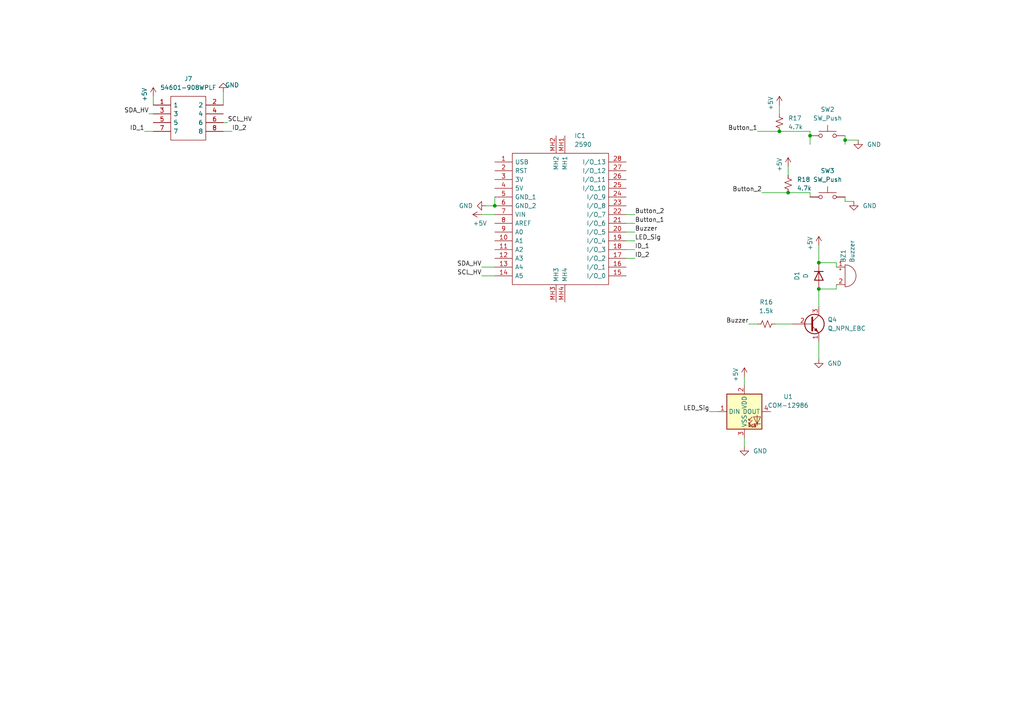
<source format=kicad_sch>
(kicad_sch (version 20211123) (generator eeschema)
  (paper "A4")
  (lib_symbols
    (symbol "54601-908WPLF:54601-908WPLF" (pin_names (offset 0.762))
      (property "Reference" "J" (at 16.51 7.62 0))
      (property "Value" "54601-908WPLF" (at 16.51 5.08 0))
      (symbol "54601-908WPLF_0_0"
        (pin passive line (at 0 0 0) (length 5.08) (name "1") (number "1"))
        (pin passive line (at 20.32 0 180) (length 5.08) (name "2") (number "2"))
        (pin passive line (at 0 -2.54 0) (length 5.08) (name "3") (number "3"))
        (pin passive line (at 20.32 -2.54 180) (length 5.08) (name "4") (number "4"))
        (pin passive line (at 0 -5.08 0) (length 5.08) (name "5") (number "5"))
        (pin passive line (at 20.32 -5.08 180) (length 5.08) (name "6") (number "6"))
        (pin passive line (at 0 -7.62 0) (length 5.08) (name "7") (number "7"))
        (pin passive line (at 20.32 -7.62 180) (length 5.08) (name "8") (number "8"))
      )
      (symbol "54601-908WPLF_0_1"
        (polyline (pts (xy 5.08 2.54) (xy 15.24 2.54) (xy 15.24 -10.16) (xy 5.08 -10.16) (xy 5.08 2.54)) (stroke (width 0.1524)))
      )
    )
    (symbol "COM12986:COM-12986"
      (property "Reference" "U" (at -3.81 7.62 0))
      (property "Value" "COM-12986" (at 6.35 -7.62 0))
      (symbol "COM-12986_0_0"
        (text "RGB" (at 2.286 -4.191 0) (effects (font (size 0.762 0.762))))
      )
      (symbol "COM-12986_0_1"
        (polyline (pts (xy 1.27 -3.556) (xy 1.778 -3.556)))
        (polyline (pts (xy 1.27 -2.54) (xy 1.778 -2.54)))
        (polyline (pts (xy 4.699 -3.556) (xy 2.667 -3.556)))
        (polyline (pts (xy 2.286 -2.54) (xy 1.27 -3.556) (xy 1.27 -3.048)))
        (polyline (pts (xy 2.286 -1.524) (xy 1.27 -2.54) (xy 1.27 -2.032)))
        (polyline (pts (xy 3.683 -1.016) (xy 3.683 -3.556) (xy 3.683 -4.064)))
        (polyline (pts (xy 4.699 -1.524) (xy 2.667 -1.524) (xy 3.683 -3.556) (xy 4.699 -1.524)))
        (rectangle (start 5.08 5.08) (end -5.08 -5.08) (stroke (width 0.254)) (fill (type background)))
      )
      (symbol "COM-12986_1_1"
        (pin input line (at -7.62 0 0) (length 2.54) (name "DIN") (number "1"))
        (pin power_in line (at 0 7.62 270) (length 2.54) (name "VDD") (number "2"))
        (pin power_in line (at 0 -7.62 90) (length 2.54) (name "VSS") (number "3"))
        (pin output line (at 7.62 0 180) (length 2.54) (name "DOUT") (number "4"))
      )
    )
    (symbol "Device:Buzzer" (pin_names (offset 0.0254) hide)
      (property "Reference" "BZ" (at 3.81 1.27 0))
      (property "Value" "Buzzer" (at 3.81 -1.27 0))
      (symbol "Buzzer_0_1"
        (arc (start 0 -3.175) (mid 3.175 0) (end 0 3.175))
        (polyline (pts (xy -1.651 1.905) (xy -1.143 1.905)))
        (polyline (pts (xy -1.397 2.159) (xy -1.397 1.651)))
        (polyline (pts (xy 0 3.175) (xy 0 -3.175)))
      )
      (symbol "Buzzer_1_1"
        (pin passive line (at -2.54 2.54 0) (length 2.54) (name "-") (number "1"))
        (pin passive line (at -2.54 -2.54 0) (length 2.54) (name "+") (number "2"))
      )
    )
    (symbol "Device:D" (pin_numbers hide) (pin_names (offset 1.016) hide)
      (property "Reference" "D" (at 0 2.54 0))
      (property "Value" "D" (at 0 -2.54 0))
      (symbol "D_0_1"
        (polyline (pts (xy -1.27 1.27) (xy -1.27 -1.27)) (stroke (width 0.254)))
        (polyline (pts (xy 1.27 0) (xy -1.27 0)))
        (polyline (pts (xy 1.27 1.27) (xy 1.27 -1.27) (xy -1.27 0) (xy 1.27 1.27)) (stroke (width 0.254)))
      )
      (symbol "D_1_1"
        (pin passive line (at -3.81 0 0) (length 2.54) (name "K") (number "1"))
        (pin passive line (at 3.81 0 180) (length 2.54) (name "A") (number "2"))
      )
    )
    (symbol "Device:Q_NPN_EBC" (pin_names (offset 0) hide)
      (property "Reference" "Q" (at 5.08 1.27 0))
      (property "Value" "Q_NPN_EBC" (at 5.08 -1.27 0))
      (symbol "Q_NPN_EBC_0_1"
        (polyline (pts (xy 0.635 0.635) (xy 2.54 2.54)))
        (polyline (pts (xy 0.635 -0.635) (xy 2.54 -2.54) (xy 2.54 -2.54)))
        (polyline (pts (xy 0.635 1.905) (xy 0.635 -1.905) (xy 0.635 -1.905)) (stroke (width 0.508)))
        (polyline (pts (xy 1.27 -1.778) (xy 1.778 -1.27) (xy 2.286 -2.286) (xy 1.27 -1.778) (xy 1.27 -1.778)) (fill (type outline)))
        (circle (center 1.27 0) (radius 2.8194) (stroke (width 0.254)))
      )
      (symbol "Q_NPN_EBC_1_1"
        (pin passive line (at 2.54 -5.08 90) (length 2.54) (name "E") (number "1"))
        (pin passive line (at -5.08 0 0) (length 5.715) (name "B") (number "2"))
        (pin passive line (at 2.54 5.08 270) (length 2.54) (name "C") (number "3"))
      )
    )
    (symbol "Device:R_Small_US" (pin_numbers hide) (pin_names (offset 0.254) hide)
      (property "Reference" "R" (at 0.762 0.508 0))
      (property "Value" "R_Small_US" (at 0.762 -1.016 0))
      (symbol "R_Small_US_1_1"
        (polyline (pts (xy 0 0) (xy 1.016 -0.381) (xy 0 -0.762) (xy -1.016 -1.143) (xy 0 -1.524)))
        (polyline (pts (xy 0 1.524) (xy 1.016 1.143) (xy 0 0.762) (xy -1.016 0.381) (xy 0 0)))
        (pin passive line (at 0 2.54 270) (length 1.016) (name "~") (number "1"))
        (pin passive line (at 0 -2.54 90) (length 1.016) (name "~") (number "2"))
      )
    )
    (symbol "Metro:2590" (pin_names (offset 0.762))
      (property "Reference" "IC" (at 44.45 17.78 0))
      (property "Value" "2590" (at 44.45 15.24 0))
      (symbol "2590_0_0"
        (pin passive line (at 7.62 -20.32 90) (length 5.08) (name "USB") (number "1"))
        (pin passive line (at 30.48 -20.32 90) (length 5.08) (name "A1") (number "10"))
        (pin passive line (at 33.02 -20.32 90) (length 5.08) (name "A2") (number "11"))
        (pin passive line (at 35.56 -20.32 90) (length 5.08) (name "A3") (number "12"))
        (pin passive line (at 38.1 -20.32 90) (length 5.08) (name "A4") (number "13"))
        (pin passive line (at 40.64 -20.32 90) (length 5.08) (name "A5") (number "14"))
        (pin passive line (at 40.64 17.78 270) (length 5.08) (name "I/O_0") (number "15"))
        (pin passive line (at 38.1 17.78 270) (length 5.08) (name "I/O_1") (number "16"))
        (pin passive line (at 35.56 17.78 270) (length 5.08) (name "I/O_2") (number "17"))
        (pin passive line (at 33.02 17.78 270) (length 5.08) (name "I/O_3") (number "18"))
        (pin passive line (at 30.48 17.78 270) (length 5.08) (name "I/O_4") (number "19"))
        (pin passive line (at 10.16 -20.32 90) (length 5.08) (name "RST") (number "2"))
        (pin passive line (at 27.94 17.78 270) (length 5.08) (name "I/O_5") (number "20"))
        (pin passive line (at 25.4 17.78 270) (length 5.08) (name "I/O_6") (number "21"))
        (pin passive line (at 22.86 17.78 270) (length 5.08) (name "I/O_7") (number "22"))
        (pin passive line (at 20.32 17.78 270) (length 5.08) (name "I/O_8") (number "23"))
        (pin passive line (at 17.78 17.78 270) (length 5.08) (name "I/O_9") (number "24"))
        (pin passive line (at 15.24 17.78 270) (length 5.08) (name "I/O_10") (number "25"))
        (pin passive line (at 12.7 17.78 270) (length 5.08) (name "I/O_11") (number "26"))
        (pin passive line (at 10.16 17.78 270) (length 5.08) (name "I/O_12") (number "27"))
        (pin passive line (at 7.62 17.78 270) (length 5.08) (name "I/O_13") (number "28"))
        (pin passive line (at 12.7 -20.32 90) (length 5.08) (name "3V") (number "3"))
        (pin passive line (at 15.24 -20.32 90) (length 5.08) (name "5V") (number "4"))
        (pin passive line (at 17.78 -20.32 90) (length 5.08) (name "GND_1") (number "5"))
        (pin passive line (at 20.32 -20.32 90) (length 5.08) (name "GND_2") (number "6"))
        (pin passive line (at 22.86 -20.32 90) (length 5.08) (name "VIN") (number "7"))
        (pin passive line (at 25.4 -20.32 90) (length 5.08) (name "AREF") (number "8"))
        (pin passive line (at 27.94 -20.32 90) (length 5.08) (name "A0") (number "9"))
        (pin passive line (at 0 0 0) (length 5.08) (name "MH1") (number "MH1"))
        (pin passive line (at 0 -2.54 0) (length 5.08) (name "MH2") (number "MH2"))
        (pin passive line (at 48.26 -2.54 180) (length 5.08) (name "MH3") (number "MH3"))
        (pin passive line (at 48.26 0 180) (length 5.08) (name "MH4") (number "MH4"))
      )
      (symbol "2590_0_1"
        (polyline (pts (xy 5.08 12.7) (xy 43.18 12.7) (xy 43.18 -15.24) (xy 5.08 -15.24) (xy 5.08 12.7)) (stroke (width 0.1524)))
      )
    )
    (symbol "Switch:SW_Push" (pin_numbers hide) (pin_names (offset 1.016) hide)
      (property "Reference" "SW" (at 1.27 2.54 0))
      (property "Value" "SW_Push" (at 0 -1.524 0))
      (symbol "SW_Push_0_1"
        (circle (center -2.032 0) (radius 0.508))
        (polyline (pts (xy 0 1.27) (xy 0 3.048)))
        (polyline (pts (xy 2.54 1.27) (xy -2.54 1.27)))
        (circle (center 2.032 0) (radius 0.508))
        (pin passive line (at -5.08 0 0) (length 2.54) (name "1") (number "1"))
        (pin passive line (at 5.08 0 180) (length 2.54) (name "2") (number "2"))
      )
    )
    (symbol "power:+5V" (power) (pin_names (offset 0))
      (property "Value" "+5V" (at 0 3.556 0))
      (symbol "+5V_0_1"
        (polyline (pts (xy -0.762 1.27) (xy 0 2.54)))
        (polyline (pts (xy 0 0) (xy 0 2.54)))
        (polyline (pts (xy 0 2.54) (xy 0.762 1.27)))
      )
      (symbol "+5V_1_1"
        (pin power_in line (at 0 0 90) (length 0) hide (name "+5V") (number "1"))
      )
    )
    (symbol "power:GND" (power) (pin_names (offset 0))
      (property "Value" "GND" (at 0 -3.81 0))
      (symbol "GND_0_1"
        (polyline (pts (xy 0 0) (xy 0 -1.27) (xy 1.27 -1.27) (xy 0 -2.54) (xy -1.27 -1.27) (xy 0 -1.27)))
      )
      (symbol "GND_1_1"
        (pin power_in line (at 0 0 270) (length 0) hide (name "GND") (number "1"))
      )
    )
  )
  (junction (at 237.49 76.2))
  (junction (at 237.49 83.82))
  (junction (at 226.06 38.1))
  (junction (at 228.6 55.88))
  (junction (at 245.11 40.64))
  (junction (at 143.51 59.69))
  (junction (at 234.95 39.37))
  (wire (pts (xy 181.61 67.31) (xy 184.15 67.31)))
  (wire (pts (xy 205.74 119.38) (xy 208.28 119.38)))
  (wire (pts (xy 237.49 83.82) (xy 242.57 83.82)))
  (wire (pts (xy 215.9 127) (xy 215.9 129.54)))
  (wire (pts (xy 181.61 62.23) (xy 184.15 62.23)))
  (wire (pts (xy 181.61 74.93) (xy 184.15 74.93)))
  (wire (pts (xy 139.7 62.23) (xy 143.51 62.23)))
  (wire (pts (xy 242.57 83.82) (xy 242.57 82.55)))
  (wire (pts (xy 139.7 80.01) (xy 143.51 80.01)))
  (wire (pts (xy 234.95 39.37) (xy 234.95 41.91)))
  (wire (pts (xy 219.71 38.1) (xy 226.06 38.1)))
  (wire (pts (xy 217.17 93.98) (xy 219.71 93.98)))
  (wire (pts (xy 245.11 40.64) (xy 248.92 40.64)))
  (wire (pts (xy 237.49 71.12) (xy 237.49 76.2)))
  (wire (pts (xy 237.49 99.06) (xy 237.49 104.14)))
  (wire (pts (xy 43.18 33.02) (xy 44.45 33.02)))
  (wire (pts (xy 226.06 30.48) (xy 226.06 33.02)))
  (wire (pts (xy 181.61 69.85) (xy 184.15 69.85)))
  (wire (pts (xy 245.11 40.64) (xy 245.11 41.91)))
  (wire (pts (xy 41.91 38.1) (xy 44.45 38.1)))
  (wire (pts (xy 64.77 38.1) (xy 67.31 38.1)))
  (wire (pts (xy 237.49 83.82) (xy 237.49 88.9)))
  (wire (pts (xy 234.95 55.88) (xy 234.95 57.15)))
  (wire (pts (xy 181.61 72.39) (xy 184.15 72.39)))
  (wire (pts (xy 143.51 57.15) (xy 143.51 59.69)))
  (wire (pts (xy 220.98 55.88) (xy 228.6 55.88)))
  (wire (pts (xy 245.11 57.15) (xy 245.11 58.42)))
  (wire (pts (xy 242.57 76.2) (xy 242.57 77.47)))
  (wire (pts (xy 64.77 26.67) (xy 64.77 30.48)))
  (wire (pts (xy 139.7 77.47) (xy 143.51 77.47)))
  (wire (pts (xy 237.49 76.2) (xy 242.57 76.2)))
  (wire (pts (xy 140.97 59.69) (xy 143.51 59.69)))
  (wire (pts (xy 64.77 35.56) (xy 66.04 35.56)))
  (wire (pts (xy 224.79 93.98) (xy 229.87 93.98)))
  (wire (pts (xy 181.61 64.77) (xy 184.15 64.77)))
  (wire (pts (xy 228.6 55.88) (xy 234.95 55.88)))
  (wire (pts (xy 245.11 58.42) (xy 247.65 58.42)))
  (wire (pts (xy 215.9 109.22) (xy 215.9 111.76)))
  (wire (pts (xy 245.11 39.37) (xy 245.11 40.64)))
  (wire (pts (xy 234.95 38.1) (xy 234.95 39.37)))
  (wire (pts (xy 226.06 38.1) (xy 234.95 38.1)))
  (wire (pts (xy 44.45 27.94) (xy 44.45 30.48)))
  (wire (pts (xy 228.6 48.26) (xy 228.6 50.8)))
  (label "Button_2" (at 184.15 62.23 0))
  (label "ID_2" (at 184.15 74.93 0))
  (label "Buzzer" (at 217.17 93.98 180))
  (label "ID_1" (at 184.15 72.39 0))
  (label "SDA_HV" (at 43.18 33.02 180))
  (label "ID_1" (at 41.91 38.1 180))
  (label "Button_1" (at 219.71 38.1 180))
  (label "Buzzer" (at 184.15 67.31 0))
  (label "SCL_HV" (at 139.7 80.01 180))
  (label "LED_Sig" (at 184.15 69.85 0))
  (label "SCL_HV" (at 66.04 35.56 0))
  (label "LED_Sig" (at 205.74 119.38 180))
  (label "SDA_HV" (at 139.7 77.47 180))
  (label "Button_1" (at 184.15 64.77 0))
  (label "Button_2" (at 220.98 55.88 180))
  (label "ID_2" (at 67.31 38.1 0))
  (symbol (lib_id "Device:R_Small_US") (at 228.6 53.34 180) (unit 1)
    (property "Reference" "R18" (at 231.14 52.0699 0) (effects (justify right)))
    (property "Value" "4.7k" (at 231.14 54.6099 0) (effects (justify right)))
    (property "Footprint" "Resistor_THT:R_Axial_DIN0204_L3.6mm_D1.6mm_P7.62mm_Horizontal" (effects hide))
  )
  (symbol (lib_id "power:GND") (at 215.9 129.54 0) (unit 1)
    (property "Reference" "#PWR034" (effects hide))
    (property "Value" "GND" (at 218.44 130.8099 0) (effects (justify left)))
  )
  (symbol (lib_id "power:+5V") (at 237.49 71.12 0) (unit 1)
    (property "Reference" "#PWR037" (effects hide))
    (property "Value" "+5V" (at 234.95 68.58 90) (effects (justify right)))
  )
  (symbol (lib_id "Device:D") (at 237.49 80.01 270) (unit 1)
    (property "Reference" "D1" (at 231.14 80.01 0))
    (property "Value" "D" (at 233.68 80.01 0))
    (property "Footprint" "Diode_THT:D_DO-41_SOD81_P10.16mm_Horizontal" (effects hide))
  )
  (symbol (lib_id "power:GND") (at 64.77 26.67 180) (unit 1)
    (property "Reference" "#PWR030" (effects hide))
    (property "Value" "GND" (at 67.31 25.3999 0) (effects (justify top)))
  )
  (symbol (lib_id "power:+5V") (at 44.45 27.94 0) (unit 1)
    (property "Reference" "#PWR029" (effects hide))
    (property "Value" "+5V" (at 41.91 25.4 90) (effects (justify right)))
  )
  (symbol (lib_id "power:+5V") (at 226.06 30.48 0) (unit 1)
    (property "Reference" "#PWR035" (effects hide))
    (property "Value" "+5V" (at 223.52 27.94 90) (effects (justify right)))
  )
  (symbol (lib_id "COM12986:COM-12986") (at 215.9 119.38 0) (unit 1)
    (property "Reference" "U1" (at 228.6 115.0493 0))
    (property "Value" "COM-12986" (at 228.6 117.5893 0))
    (property "Footprint" "LED_Racer_parts:COM12986" (effects hide))
  )
  (symbol (lib_id "Metro:2590") (at 163.83 39.37 270) (unit 1)
    (property "Reference" "IC1" (at 166.5987 39.37 90) (effects (justify left)))
    (property "Value" "2590" (at 166.5987 41.91 90) (effects (justify left)))
    (property "Footprint" "Metro:2590" (effects hide))
    (property "Datasheet" "https://www.adafruit.com/product/2590" (effects hide))
    (property "Description" "Development Boards & Kits - AVR Adafruit Metro Mini 328 - 5V 16MHz" (effects hide))
    (property "Height" "4" (effects hide))
    (property "Manufacturer_Name" "Adafruit" (effects hide))
    (property "Manufacturer_Part_Number" "2590" (effects hide))
    (property "Mouser Part Number" "485-2590" (effects hide))
    (property "Mouser Price/Stock" "https://www.mouser.co.uk/ProductDetail/Adafruit/2590?qs=SElPoaY2y5ItxXNUVAmsXw%3D%3D" (effects hide))
    (property "Arrow Part Number" "2590" (effects hide))
    (property "Arrow Price/Stock" "https://www.arrow.com/en/products/2590/adafruit-industries?region=nac" (effects hide))
  )
  (symbol (lib_id "power:+5V") (at 228.6 48.26 0) (unit 1)
    (property "Reference" "#PWR036" (effects hide))
    (property "Value" "+5V" (at 226.06 45.72 90) (effects (justify right)))
  )
  (symbol (lib_id "power:GND") (at 237.49 104.14 0) (unit 1)
    (property "Reference" "#PWR038" (effects hide))
    (property "Value" "GND" (at 240.03 105.4099 0) (effects (justify left)))
  )
  (symbol (lib_id "Device:Buzzer") (at 245.11 80.01 0) (unit 1)
    (property "Reference" "BZ1" (at 244.6019 76.2 90) (effects (justify left)))
    (property "Value" "Buzzer" (at 247.1419 76.2 90) (effects (justify left)))
    (property "Footprint" "LED_Racer_parts:WT1209" (effects hide))
  )
  (symbol (lib_id "power:+5V") (at 139.7 62.23 90) (unit 1)
    (property "Reference" "#PWR031" (effects hide))
    (property "Value" "+5V" (at 137.16 64.77 90) (effects (justify right)))
  )
  (symbol (lib_id "Switch:SW_Push") (at 240.03 57.15 0) (unit 1)
    (property "Reference" "SW3" (at 240.03 49.53 0))
    (property "Value" "SW_Push" (at 240.03 52.07 0))
    (property "Footprint" "Button_Switch_THT:SW_PUSH_6mm" (effects hide))
  )
  (symbol (lib_id "power:+5V") (at 215.9 109.22 0) (unit 1)
    (property "Reference" "#PWR033" (effects hide))
    (property "Value" "+5V" (at 213.36 106.68 90) (effects (justify right)))
  )
  (symbol (lib_id "54601-908WPLF:54601-908WPLF") (at 44.45 30.48 0) (unit 1)
    (property "Reference" "J7" (at 54.61 22.86 0))
    (property "Value" "54601-908WPLF" (at 54.61 25.4 0))
    (property "Footprint" "KiCad:54601908WPLF" (effects hide))
    (property "Datasheet" "https://www.amphenol-icc.com/media/wysiwyg/files/drawing/c-bmj-0051.pdf" (effects hide))
    (property "Description" "Modular Connectors / Ethernet Connectors 8P8C CAT 3 MOD JACK HORIZ. 1 PORT" (effects hide))
    (property "Height" "11.6" (effects hide))
    (property "Manufacturer_Name" "Amphenol" (effects hide))
    (property "Manufacturer_Part_Number" "54601-908WPLF" (effects hide))
    (property "Mouser Part Number" "649-54601-908WPLF" (effects hide))
    (property "Mouser Price/Stock" "https://www.mouser.co.uk/ProductDetail/Amphenol-FCI/54601-908WPLF?qs=qTvDKjXWcTdyclvY7Dw5%2FA%3D%3D" (effects hide))
    (property "Arrow Part Number" "54601-908WPLF" (effects hide))
    (property "Arrow Price/Stock" "https://www.arrow.com/en/products/54601-908wplf/amphenol-fci?region=nac" (effects hide))
  )
  (symbol (lib_id "power:GND") (at 248.92 40.64 0) (unit 1)
    (property "Reference" "#PWR040" (effects hide))
    (property "Value" "GND" (at 251.46 41.9099 0) (effects (justify left)))
  )
  (symbol (lib_id "power:GND") (at 140.97 59.69 270) (unit 1)
    (property "Reference" "#PWR032" (effects hide))
    (property "Value" "GND" (at 137.16 59.6899 90) (effects (justify right)))
  )
  (symbol (lib_id "Device:Q_NPN_EBC") (at 234.95 93.98 0) (unit 1)
    (property "Reference" "Q4" (at 240.03 92.7099 0) (effects (justify left)))
    (property "Value" "Q_NPN_EBC" (at 240.03 95.2499 0) (effects (justify left)))
    (property "Footprint" "Package_TO_SOT_THT:TO-92_Inline" (effects hide))
  )
  (symbol (lib_id "Switch:SW_Push") (at 240.03 39.37 0) (unit 1)
    (property "Reference" "SW2" (at 240.03 31.75 0))
    (property "Value" "SW_Push" (at 240.03 34.29 0))
    (property "Footprint" "Button_Switch_THT:SW_PUSH_6mm" (effects hide))
  )
  (symbol (lib_id "power:GND") (at 247.65 58.42 0) (unit 1)
    (property "Reference" "#PWR039" (effects hide))
    (property "Value" "GND" (at 250.19 59.6899 0) (effects (justify left)))
  )
  (symbol (lib_id "Device:R_Small_US") (at 222.25 93.98 90) (unit 1)
    (property "Reference" "R16" (at 222.25 87.63 90))
    (property "Value" "1.5k" (at 222.25 90.17 90))
    (property "Footprint" "Resistor_THT:R_Axial_DIN0204_L3.6mm_D1.6mm_P7.62mm_Horizontal" (effects hide))
  )
  (symbol (lib_id "Device:R_Small_US") (at 226.06 35.56 180) (unit 1)
    (property "Reference" "R17" (at 228.6 34.2899 0) (effects (justify right)))
    (property "Value" "4.7k" (at 228.6 36.8299 0) (effects (justify right)))
    (property "Footprint" "Resistor_THT:R_Axial_DIN0204_L3.6mm_D1.6mm_P7.62mm_Horizontal" (effects hide))
  )
)
</source>
